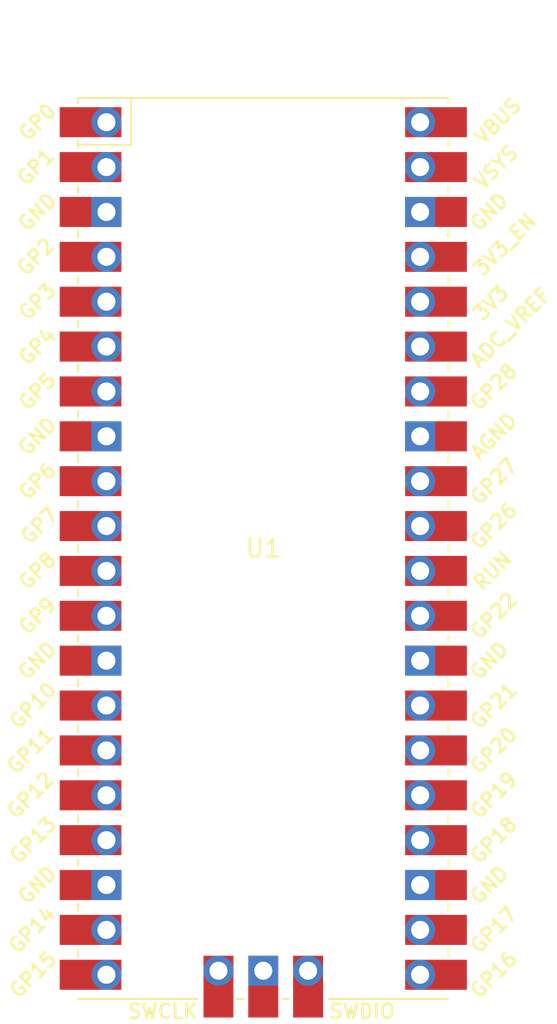
<source format=kicad_pcb>
(kicad_pcb (version 20211014) (generator pcbnew)
  (layers (0 "F.Cu" signal) (31 "B.Cu" signal) (34 "B.Paste" user) (35 "F.Paste" user) (36 "B.SilkS" user "B.Silkscreen") (37 "F.SilkS" user "F.Silkscreen") (38 "B.Mask" user) (39 "F.Mask" user) (44 "Edge.Cuts" user))
  (net 0 "")
  (footprint "MCU_RaspberryPi_and_Boards:RPi_Pico_SMD_TH" (layer "F.Cu") (at 160.02 83.82)
    (fp_text reference "U1" (at 0 0) (layer "F.SilkS"))
    (fp_text value "Pico")
    (fp_text user "GP5" (at -12.8 -8.89 45) (layer "F.SilkS") (effects (font (size 0.8 0.8))))
    (fp_text user "GP16" (at 13.054 24.13 45) (layer "F.SilkS") (effects (font (size 0.8 0.8))))
    (fp_text user "GP17" (at 13.054 21.59 45) (layer "F.SilkS") (effects (font (size 0.8 0.8))))
    (fp_text user "GP15" (at -13.054 24.13 45) (layer "F.SilkS") (effects (font (size 0.8 0.8))))
    (fp_text user "GP4" (at -12.8 -11.43 45) (layer "F.SilkS") (effects (font (size 0.8 0.8))))
    (fp_text user "GP26" (at 13.054 -1.27 45) (layer "F.SilkS") (effects (font (size 0.8 0.8))))
    (fp_text user "GP27" (at 13.054 -3.8 45) (layer "F.SilkS") (effects (font (size 0.8 0.8))))
    (fp_text user "SWCLK" (at -5.7 26.2) (layer "F.SilkS") (effects (font (size 0.8 0.8))))
    (fp_text user "GP14" (at -13.1 21.59 45) (layer "F.SilkS") (effects (font (size 0.8 0.8))))
    (fp_text user "GND" (at 12.8 19.05 45) (layer "F.SilkS") (effects (font (size 0.8 0.8))))
    (fp_text user "GP8" (at -12.8 1.27 45) (layer "F.SilkS") (effects (font (size 0.8 0.8))))
    (fp_text user "GP21" (at 13.054 8.9 45) (layer "F.SilkS") (effects (font (size 0.8 0.8))))
    (fp_text user "GP6" (at -12.8 -3.81 45) (layer "F.SilkS") (effects (font (size 0.8 0.8))))
    (fp_text user "GP11" (at -13.2 11.43 45) (layer "F.SilkS") (effects (font (size 0.8 0.8))))
    (fp_text user "VBUS" (at 13.3 -24.2 45) (layer "F.SilkS") (effects (font (size 0.8 0.8))))
    (fp_text user "GP28" (at 13.054 -9.144 45) (layer "F.SilkS") (effects (font (size 0.8 0.8))))
    (fp_text user "GP9" (at -12.8 3.81 45) (layer "F.SilkS") (effects (font (size 0.8 0.8))))
    (fp_text user "AGND" (at 13.054 -6.35 45) (layer "F.SilkS") (effects (font (size 0.8 0.8))))
    (fp_text user "GP22" (at 13.054 3.81 45) (layer "F.SilkS") (effects (font (size 0.8 0.8))))
    (fp_text user "GND" (at -12.8 -6.35 45) (layer "F.SilkS") (effects (font (size 0.8 0.8))))
    (fp_text user "ADC_VREF" (at 14 -12.5 45) (layer "F.SilkS") (effects (font (size 0.8 0.8))))
    (fp_text user "GND" (at 12.8 -19.05 45) (layer "F.SilkS") (effects (font (size 0.8 0.8))))
    (fp_text user "RUN" (at 13 1.27 45) (layer "F.SilkS") (effects (font (size 0.8 0.8))))
    (fp_text user "GP12" (at -13.2 13.97 45) (layer "F.SilkS") (effects (font (size 0.8 0.8))))
    (fp_text user "3V3" (at 12.9 -13.9 45) (layer "F.SilkS") (effects (font (size 0.8 0.8))))
    (fp_text user "SWDIO" (at 5.6 26.2) (layer "F.SilkS") (effects (font (size 0.8 0.8))))
    (fp_text user "GP2" (at -12.9 -16.51 45) (layer "F.SilkS") (effects (font (size 0.8 0.8))))
    (fp_text user "GP13" (at -13.054 16.51 45) (layer "F.SilkS") (effects (font (size 0.8 0.8))))
    (fp_text user "GP19" (at 13.054 13.97 45) (layer "F.SilkS") (effects (font (size 0.8 0.8))))
    (fp_text user "GP20" (at 13.054 11.43 45) (layer "F.SilkS") (effects (font (size 0.8 0.8))))
    (fp_text user "GP3" (at -12.8 -13.97 45) (layer "F.SilkS") (effects (font (size 0.8 0.8))))
    (fp_text user "VSYS" (at 13.2 -21.59 45) (layer "F.SilkS") (effects (font (size 0.8 0.8))))
    (fp_text user "GND" (at -12.8 19.05 45) (layer "F.SilkS") (effects (font (size 0.8 0.8))))
    (fp_text user "3V3_EN" (at 13.7 -17.2 45) (layer "F.SilkS") (effects (font (size 0.8 0.8))))
    (fp_text user "GP10" (at -13.054 8.89 45) (layer "F.SilkS") (effects (font (size 0.8 0.8))))
    (fp_text user "GND" (at 12.8 6.35 45) (layer "F.SilkS") (effects (font (size 0.8 0.8))))
    (fp_text user "GND" (at -12.8 -19.05 45) (layer "F.SilkS") (effects (font (size 0.8 0.8))))
    (fp_text user "GND" (at -12.8 6.35 45) (layer "F.SilkS") (effects (font (size 0.8 0.8))))
    (fp_text user "GP1" (at -12.9 -21.6 45) (layer "F.SilkS") (effects (font (size 0.8 0.8))))
    (fp_text user "GP18" (at 13.054 16.51 45) (layer "F.SilkS") (effects (font (size 0.8 0.8))))
    (fp_text user "GP7" (at -12.7 -1.3 45) (layer "F.SilkS") (effects (font (size 0.8 0.8))))
    (fp_text user "GP0" (at -12.8 -24.13 45) (layer "F.SilkS") (effects (font (size 0.8 0.8))))
    (fp_line (start -10.5 10) (end -10.5 10.4) (layer "F.SilkS") (width 0.12))
    (fp_line (start -10.5 -12.9) (end -10.5 -12.5) (layer "F.SilkS") (width 0.12))
    (fp_line (start 10.5 -5.3) (end 10.5 -4.9) (layer "F.SilkS") (width 0.12))
    (fp_line (start 10.5 15.1) (end 10.5 15.5) (layer "F.SilkS") (width 0.12))
    (fp_line (start -10.5 4.9) (end -10.5 5.3) (layer "F.SilkS") (width 0.12))
    (fp_line (start -10.5 -5.3) (end -10.5 -4.9) (layer "F.SilkS") (width 0.12))
    (fp_line (start -10.5 12.5) (end -10.5 12.9) (layer "F.SilkS") (width 0.12))
    (fp_line (start -1.5 25.5) (end -1.1 25.5) (layer "F.SilkS") (width 0.12))
    (fp_line (start -3.7 25.5) (end -10.5 25.5) (layer "F.SilkS") (width 0.12))
    (fp_line (start 10.5 -18) (end 10.5 -17.6) (layer "F.SilkS") (width 0.12))
    (fp_line (start -10.5 -25.5) (end 10.5 -25.5) (layer "F.SilkS") (width 0.12))
    (fp_line (start 10.5 -12.9) (end 10.5 -12.5) (layer "F.SilkS") (width 0.12))
    (fp_line (start -10.5 -0.2) (end -10.5 0.2) (layer "F.SilkS") (width 0.12))
    (fp_line (start 10.5 17.6) (end 10.5 18) (layer "F.SilkS") (width 0.12))
    (fp_line (start 10.5 7.4) (end 10.5 7.8) (layer "F.SilkS") (width 0.12))
    (fp_line (start -10.5 15.1) (end -10.5 15.5) (layer "F.SilkS") (width 0.12))
    (fp_line (start -7.493 -22.833) (end -7.493 -25.5) (layer "F.SilkS") (width 0.12))
    (fp_line (start -10.5 17.6) (end -10.5 18) (layer "F.SilkS") (width 0.12))
    (fp_line (start 1.1 25.5) (end 1.5 25.5) (layer "F.SilkS") (width 0.12))
    (fp_line (start 10.5 20.1) (end 10.5 20.5) (layer "F.SilkS") (width 0.12))
    (fp_line (start -10.5 -2.7) (end -10.5 -2.3) (layer "F.SilkS") (width 0.12))
    (fp_line (start -10.5 -20.5) (end -10.5 -20.1) (layer "F.SilkS") (width 0.12))
    (fp_line (start -10.5 2.3) (end -10.5 2.7) (layer "F.SilkS") (width 0.12))
    (fp_line (start -10.5 -23.1) (end -10.5 -22.7) (layer "F.SilkS") (width 0.12))
    (fp_line (start -10.5 -7.8) (end -10.5 -7.4) (layer "F.SilkS") (width 0.12))
    (fp_line (start -10.5 -15.4) (end -10.5 -15) (layer "F.SilkS") (width 0.12))
    (fp_line (start -10.5 20.1) (end -10.5 20.5) (layer "F.SilkS") (width 0.12))
    (fp_line (start 10.5 -2.7) (end 10.5 -2.3) (layer "F.SilkS") (width 0.12))
    (fp_line (start 10.5 10) (end 10.5 10.4) (layer "F.SilkS") (width 0.12))
    (fp_line (start 10.5 -25.5) (end 10.5 -25.2) (layer "F.SilkS") (width 0.12))
    (fp_line (start 10.5 22.7) (end 10.5 23.1) (layer "F.SilkS") (width 0.12))
    (fp_line (start -10.5 7.4) (end -10.5 7.8) (layer "F.SilkS") (width 0.12))
    (fp_line (start -10.5 -10.4) (end -10.5 -10) (layer "F.SilkS") (width 0.12))
    (fp_line (start 10.5 -10.4) (end 10.5 -10) (layer "F.SilkS") (width 0.12))
    (fp_line (start 10.5 -7.8) (end 10.5 -7.4) (layer "F.SilkS") (width 0.12))
    (fp_line (start 10.5 -20.5) (end 10.5 -20.1) (layer "F.SilkS") (width 0.12))
    (fp_line (start -10.5 -25.5) (end -10.5 -25.2) (layer "F.SilkS") (width 0.12))
    (fp_line (start 10.5 -23.1) (end 10.5 -22.7) (layer "F.SilkS") (width 0.12))
    (fp_line (start 10.5 25.5) (end 3.7 25.5) (layer "F.SilkS") (width 0.12))
    (fp_line (start 10.5 -15.4) (end 10.5 -15) (layer "F.SilkS") (width 0.12))
    (fp_line (start -10.5 -22.833) (end -7.493 -22.833) (layer "F.SilkS") (width 0.12))
    (fp_line (start -10.5 22.7) (end -10.5 23.1) (layer "F.SilkS") (width 0.12))
    (fp_line (start 10.5 2.3) (end 10.5 2.7) (layer "F.SilkS") (width 0.12))
    (fp_line (start -10.5 -18) (end -10.5 -17.6) (layer "F.SilkS") (width 0.12))
    (fp_line (start 10.5 -0.2) (end 10.5 0.2) (layer "F.SilkS") (width 0.12))
    (fp_line (start 10.5 12.5) (end 10.5 12.9) (layer "F.SilkS") (width 0.12))
    (fp_line (start 10.5 4.9) (end 10.5 5.3) (layer "F.SilkS") (width 0.12))
    (pad "" np_thru_hole oval (at 2.425 -20.97) (size 1.5 1.5) (drill 1.5) (layers *.Cu *.Mask))
    (pad "" np_thru_hole oval (at -2.425 -20.97) (size 1.5 1.5) (drill 1.5) (layers *.Cu *.Mask))
    (pad "" np_thru_hole oval (at -2.725 -24) (size 1.8 1.8) (drill 1.8) (layers *.Cu *.Mask))
    (pad "" np_thru_hole oval (at 2.725 -24) (size 1.8 1.8) (drill 1.8) (layers *.Cu *.Mask))
    (pad "1" thru_hole oval (at -8.89 -24.13) (size 1.7 1.7) (drill 1.02) (layers *.Cu *.Mask))
    (pad "1" smd rect (at -8.89 -24.13) (size 3.5 1.7) (drill (offset -0.9 0)) (layers "F.Cu" "F.Mask"))
    (pad "2" smd rect (at -8.89 -21.59) (size 3.5 1.7) (drill (offset -0.9 0)) (layers "F.Cu" "F.Mask"))
    (pad "2" thru_hole oval (at -8.89 -21.59) (size 1.7 1.7) (drill 1.02) (layers *.Cu *.Mask))
    (pad "3" smd rect (at -8.89 -19.05) (size 3.5 1.7) (drill (offset -0.9 0)) (layers "F.Cu" "F.Mask"))
    (pad "3" thru_hole rect (at -8.89 -19.05) (size 1.7 1.7) (drill 1.02) (layers *.Cu *.Mask))
    (pad "4" thru_hole oval (at -8.89 -16.51) (size 1.7 1.7) (drill 1.02) (layers *.Cu *.Mask))
    (pad "4" smd rect (at -8.89 -16.51) (size 3.5 1.7) (drill (offset -0.9 0)) (layers "F.Cu" "F.Mask"))
    (pad "5" thru_hole oval (at -8.89 -13.97) (size 1.7 1.7) (drill 1.02) (layers *.Cu *.Mask))
    (pad "5" smd rect (at -8.89 -13.97) (size 3.5 1.7) (drill (offset -0.9 0)) (layers "F.Cu" "F.Mask"))
    (pad "6" thru_hole oval (at -8.89 -11.43) (size 1.7 1.7) (drill 1.02) (layers *.Cu *.Mask))
    (pad "6" smd rect (at -8.89 -11.43) (size 3.5 1.7) (drill (offset -0.9 0)) (layers "F.Cu" "F.Mask"))
    (pad "7" smd rect (at -8.89 -8.89) (size 3.5 1.7) (drill (offset -0.9 0)) (layers "F.Cu" "F.Mask"))
    (pad "7" thru_hole oval (at -8.89 -8.89) (size 1.7 1.7) (drill 1.02) (layers *.Cu *.Mask))
    (pad "8" thru_hole rect (at -8.89 -6.35) (size 1.7 1.7) (drill 1.02) (layers *.Cu *.Mask))
    (pad "8" smd rect (at -8.89 -6.35) (size 3.5 1.7) (drill (offset -0.9 0)) (layers "F.Cu" "F.Mask"))
    (pad "9" smd rect (at -8.89 -3.81) (size 3.5 1.7) (drill (offset -0.9 0)) (layers "F.Cu" "F.Mask"))
    (pad "9" thru_hole oval (at -8.89 -3.81) (size 1.7 1.7) (drill 1.02) (layers *.Cu *.Mask))
    (pad "10" smd rect (at -8.89 -1.27) (size 3.5 1.7) (drill (offset -0.9 0)) (layers "F.Cu" "F.Mask"))
    (pad "10" thru_hole oval (at -8.89 -1.27) (size 1.7 1.7) (drill 1.02) (layers *.Cu *.Mask))
    (pad "11" thru_hole oval (at -8.89 1.27) (size 1.7 1.7) (drill 1.02) (layers *.Cu *.Mask))
    (pad "11" smd rect (at -8.89 1.27) (size 3.5 1.7) (drill (offset -0.9 0)) (layers "F.Cu" "F.Mask"))
    (pad "12" thru_hole oval (at -8.89 3.81) (size 1.7 1.7) (drill 1.02) (layers *.Cu *.Mask))
    (pad "12" smd rect (at -8.89 3.81) (size 3.5 1.7) (drill (offset -0.9 0)) (layers "F.Cu" "F.Mask"))
    (pad "13" thru_hole rect (at -8.89 6.35) (size 1.7 1.7) (drill 1.02) (layers *.Cu *.Mask))
    (pad "13" smd rect (at -8.89 6.35) (size 3.5 1.7) (drill (offset -0.9 0)) (layers "F.Cu" "F.Mask"))
    (pad "14" thru_hole oval (at -8.89 8.89) (size 1.7 1.7) (drill 1.02) (layers *.Cu *.Mask))
    (pad "14" smd rect (at -8.89 8.89) (size 3.5 1.7) (drill (offset -0.9 0)) (layers "F.Cu" "F.Mask"))
    (pad "15" thru_hole oval (at -8.89 11.43) (size 1.7 1.7) (drill 1.02) (layers *.Cu *.Mask))
    (pad "15" smd rect (at -8.89 11.43) (size 3.5 1.7) (drill (offset -0.9 0)) (layers "F.Cu" "F.Mask"))
    (pad "16" thru_hole oval (at -8.89 13.97) (size 1.7 1.7) (drill 1.02) (layers *.Cu *.Mask))
    (pad "16" smd rect (at -8.89 13.97) (size 3.5 1.7) (drill (offset -0.9 0)) (layers "F.Cu" "F.Mask"))
    (pad "17" smd rect (at -8.89 16.51) (size 3.5 1.7) (drill (offset -0.9 0)) (layers "F.Cu" "F.Mask"))
    (pad "17" thru_hole oval (at -8.89 16.51) (size 1.7 1.7) (drill 1.02) (layers *.Cu *.Mask))
    (pad "18" thru_hole rect (at -8.89 19.05) (size 1.7 1.7) (drill 1.02) (layers *.Cu *.Mask))
    (pad "18" smd rect (at -8.89 19.05) (size 3.5 1.7) (drill (offset -0.9 0)) (layers "F.Cu" "F.Mask"))
    (pad "19" smd rect (at -8.89 21.59) (size 3.5 1.7) (drill (offset -0.9 0)) (layers "F.Cu" "F.Mask"))
    (pad "19" thru_hole oval (at -8.89 21.59) (size 1.7 1.7) (drill 1.02) (layers *.Cu *.Mask))
    (pad "20" thru_hole oval (at -8.89 24.13) (size 1.7 1.7) (drill 1.02) (layers *.Cu *.Mask))
    (pad "20" smd rect (at -8.89 24.13) (size 3.5 1.7) (drill (offset -0.9 0)) (layers "F.Cu" "F.Mask"))
    (pad "21" smd rect (at 8.89 24.13) (size 3.5 1.7) (drill (offset 0.9 0)) (layers "F.Cu" "F.Mask"))
    (pad "21" thru_hole oval (at 8.89 24.13) (size 1.7 1.7) (drill 1.02) (layers *.Cu *.Mask))
    (pad "22" smd rect (at 8.89 21.59) (size 3.5 1.7) (drill (offset 0.9 0)) (layers "F.Cu" "F.Mask"))
    (pad "22" thru_hole oval (at 8.89 21.59) (size 1.7 1.7) (drill 1.02) (layers *.Cu *.Mask))
    (pad "23" smd rect (at 8.89 19.05) (size 3.5 1.7) (drill (offset 0.9 0)) (layers "F.Cu" "F.Mask"))
    (pad "23" thru_hole rect (at 8.89 19.05) (size 1.7 1.7) (drill 1.02) (layers *.Cu *.Mask))
    (pad "24" smd rect (at 8.89 16.51) (size 3.5 1.7) (drill (offset 0.9 0)) (layers "F.Cu" "F.Mask"))
    (pad "24" thru_hole oval (at 8.89 16.51) (size 1.7 1.7) (drill 1.02) (layers *.Cu *.Mask))
    (pad "25" thru_hole oval (at 8.89 13.97) (size 1.7 1.7) (drill 1.02) (layers *.Cu *.Mask))
    (pad "25" smd rect (at 8.89 13.97) (size 3.5 1.7) (drill (offset 0.9 0)) (layers "F.Cu" "F.Mask"))
    (pad "26" thru_hole oval (at 8.89 11.43) (size 1.7 1.7) (drill 1.02) (layers *.Cu *.Mask))
    (pad "26" smd rect (at 8.89 11.43) (size 3.5 1.7) (drill (offset 0.9 0)) (layers "F.Cu" "F.Mask"))
    (pad "27" thru_hole oval (at 8.89 8.89) (size 1.7 1.7) (drill 1.02) (layers *.Cu *.Mask))
    (pad "27" smd rect (at 8.89 8.89) (size 3.5 1.7) (drill (offset 0.9 0)) (layers "F.Cu" "F.Mask"))
    (pad "28" smd rect (at 8.89 6.35) (size 3.5 1.7) (drill (offset 0.9 0)) (layers "F.Cu" "F.Mask"))
    (pad "28" thru_hole rect (at 8.89 6.35) (size 1.7 1.7) (drill 1.02) (layers *.Cu *.Mask))
    (pad "29" thru_hole oval (at 8.89 3.81) (size 1.7 1.7) (drill 1.02) (layers *.Cu *.Mask))
    (pad "29" smd rect (at 8.89 3.81) (size 3.5 1.7) (drill (offset 0.9 0)) (layers "F.Cu" "F.Mask"))
    (pad "30" smd rect (at 8.89 1.27) (size 3.5 1.7) (drill (offset 0.9 0)) (layers "F.Cu" "F.Mask"))
    (pad "30" thru_hole oval (at 8.89 1.27) (size 1.7 1.7) (drill 1.02) (layers *.Cu *.Mask))
    (pad "31" smd rect (at 8.89 -1.27) (size 3.5 1.7) (drill (offset 0.9 0)) (layers "F.Cu" "F.Mask"))
    (pad "31" thru_hole oval (at 8.89 -1.27) (size 1.7 1.7) (drill 1.02) (layers *.Cu *.Mask))
    (pad "32" smd rect (at 8.89 -3.81) (size 3.5 1.7) (drill (offset 0.9 0)) (layers "F.Cu" "F.Mask"))
    (pad "32" thru_hole oval (at 8.89 -3.81) (size 1.7 1.7) (drill 1.02) (layers *.Cu *.Mask))
    (pad "33" smd rect (at 8.89 -6.35) (size 3.5 1.7) (drill (offset 0.9 0)) (layers "F.Cu" "F.Mask"))
    (pad "33" thru_hole rect (at 8.89 -6.35) (size 1.7 1.7) (drill 1.02) (layers *.Cu *.Mask))
    (pad "34" smd rect (at 8.89 -8.89) (size 3.5 1.7) (drill (offset 0.9 0)) (layers "F.Cu" "F.Mask"))
    (pad "34" thru_hole oval (at 8.89 -8.89) (size 1.7 1.7) (drill 1.02) (layers *.Cu *.Mask))
    (pad "35" thru_hole oval (at 8.89 -11.43) (size 1.7 1.7) (drill 1.02) (layers *.Cu *.Mask))
    (pad "35" smd rect (at 8.89 -11.43) (size 3.5 1.7) (drill (offset 0.9 0)) (layers "F.Cu" "F.Mask"))
    (pad "36" thru_hole oval (at 8.89 -13.97) (size 1.7 1.7) (drill 1.02) (layers *.Cu *.Mask))
    (pad "36" smd rect (at 8.89 -13.97) (size 3.5 1.7) (drill (offset 0.9 0)) (layers "F.Cu" "F.Mask"))
    (pad "37" thru_hole oval (at 8.89 -16.51) (size 1.7 1.7) (drill 1.02) (layers *.Cu *.Mask))
    (pad "37" smd rect (at 8.89 -16.51) (size 3.5 1.7) (drill (offset 0.9 0)) (layers "F.Cu" "F.Mask"))
    (pad "38" thru_hole rect (at 8.89 -19.05) (size 1.7 1.7) (drill 1.02) (layers *.Cu *.Mask))
    (pad "38" smd rect (at 8.89 -19.05) (size 3.5 1.7) (drill (offset 0.9 0)) (layers "F.Cu" "F.Mask"))
    (pad "39" thru_hole oval (at 8.89 -21.59) (size 1.7 1.7) (drill 1.02) (layers *.Cu *.Mask))
    (pad "39" smd rect (at 8.89 -21.59) (size 3.5 1.7) (drill (offset 0.9 0)) (layers "F.Cu" "F.Mask"))
    (pad "40" thru_hole oval (at 8.89 -24.13) (size 1.7 1.7) (drill 1.02) (layers *.Cu *.Mask))
    (pad "40" smd rect (at 8.89 -24.13) (size 3.5 1.7) (drill (offset 0.9 0)) (layers "F.Cu" "F.Mask"))
    (pad "41" smd rect (at -2.54 23.9 90) (size 3.5 1.7) (drill (offset -0.9 0)) (layers "F.Cu" "F.Mask"))
    (pad "41" thru_hole oval (at -2.54 23.9) (size 1.7 1.7) (drill 1.02) (layers *.Cu *.Mask))
    (pad "42" thru_hole rect (at 0 23.9) (size 1.7 1.7) (drill 1.02) (layers *.Cu *.Mask))
    (pad "42" smd rect (at 0 23.9 90) (size 3.5 1.7) (drill (offset -0.9 0)) (layers "F.Cu" "F.Mask"))
    (pad "43" smd rect (at 2.54 23.9 90) (size 3.5 1.7) (drill (offset -0.9 0)) (layers "F.Cu" "F.Mask"))
    (pad "43" thru_hole oval (at 2.54 23.9) (size 1.7 1.7) (drill 1.02) (layers *.Cu *.Mask))
  )
)
</source>
